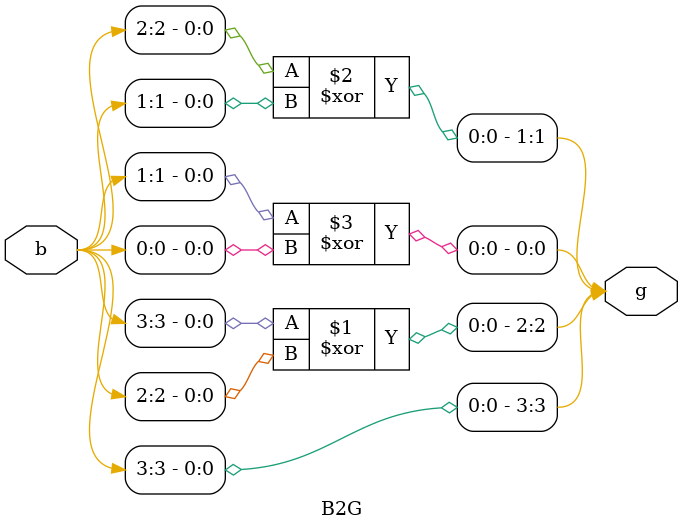
<source format=v>
`timescale 1ns / 1ps

module B2G(
    input [3:0]b,
    output [3:0]g
    );
    
    assign g[3] = b[3];
    assign g[2] = b[3] ^ b[2];
    assign g[1] = b[2] ^ b[1];
    assign g[0] = b[1] ^ b[0];
endmodule

</source>
